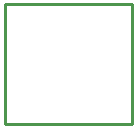
<source format=gbs>
G04*
G04 #@! TF.GenerationSoftware,Altium Limited,Altium Designer,22.11.1 (43)*
G04*
G04 Layer_Color=16711935*
%FSLAX25Y25*%
%MOIN*%
G70*
G04*
G04 #@! TF.SameCoordinates,968F8FA3-88DA-4AFC-830A-3CF0B6850B21*
G04*
G04*
G04 #@! TF.FilePolarity,Negative*
G04*
G01*
G75*
%ADD16C,0.01000*%
D16*
X-21260Y10236D02*
X21260D01*
X-21260Y-29921D02*
Y10236D01*
X21260Y-29921D02*
Y10236D01*
X-21260Y-29921D02*
X21260D01*
M02*

</source>
